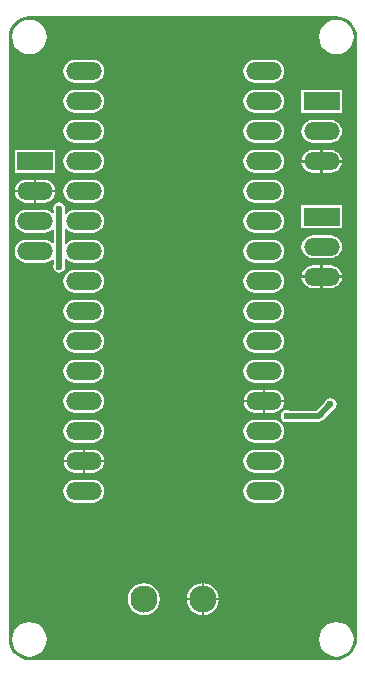
<source format=gbl>
G04*
G04 #@! TF.GenerationSoftware,Altium Limited,Altium Designer,21.6.4 (81)*
G04*
G04 Layer_Physical_Order=2*
G04 Layer_Color=16711680*
%FSLAX25Y25*%
%MOIN*%
G70*
G04*
G04 #@! TF.SameCoordinates,4A2346EC-D30A-4EC8-B750-871CECD4BB15*
G04*
G04*
G04 #@! TF.FilePolarity,Positive*
G04*
G01*
G75*
%ADD10C,0.02000*%
%ADD23R,0.11874X0.05937*%
%ADD24O,0.11874X0.05937*%
%ADD25C,0.09055*%
%ADD26C,0.02362*%
%ADD27C,0.01968*%
G36*
X111575Y215390D02*
X112862Y214999D01*
X114048Y214366D01*
X115087Y213512D01*
X115940Y212473D01*
X116574Y211287D01*
X116965Y210000D01*
X117096Y208670D01*
X117094Y208661D01*
X117094Y7874D01*
X117096Y7865D01*
X116965Y6536D01*
X116574Y5249D01*
X115940Y4063D01*
X115087Y3023D01*
X114048Y2170D01*
X112862Y1536D01*
X111575Y1146D01*
X110245Y1015D01*
X110236Y1016D01*
X7874D01*
X7865Y1015D01*
X6536Y1146D01*
X5249Y1536D01*
X4063Y2170D01*
X3023Y3023D01*
X2170Y4063D01*
X1536Y5249D01*
X1146Y6536D01*
X1015Y7865D01*
X1016Y7874D01*
X1016Y208163D01*
X1016Y208170D01*
X1016Y208661D01*
X1061Y209143D01*
X1146Y210000D01*
X1536Y211287D01*
X2170Y212473D01*
X3023Y213512D01*
X4063Y214366D01*
X5249Y214999D01*
X6536Y215390D01*
X7865Y215521D01*
X7874Y215519D01*
X110236D01*
X110245Y215521D01*
X111575Y215390D01*
D02*
G37*
%LPC*%
G36*
X110236Y214419D02*
X108746Y214223D01*
X107357Y213648D01*
X106165Y212733D01*
X105250Y211540D01*
X104674Y210152D01*
X104478Y208661D01*
X104674Y207171D01*
X105250Y205783D01*
X106165Y204590D01*
X107357Y203675D01*
X108746Y203100D01*
X110236Y202904D01*
X111726Y203100D01*
X113115Y203675D01*
X114308Y204590D01*
X115223Y205783D01*
X115798Y207171D01*
X115994Y208661D01*
X115798Y210152D01*
X115223Y211540D01*
X114308Y212733D01*
X113115Y213648D01*
X111726Y214223D01*
X110236Y214419D01*
D02*
G37*
G36*
X7874D02*
X6384Y214223D01*
X4995Y213648D01*
X3803Y212733D01*
X2888Y211540D01*
X2312Y210152D01*
X2116Y208661D01*
X2312Y207171D01*
X2888Y205783D01*
X3803Y204590D01*
X4995Y203675D01*
X6384Y203100D01*
X7874Y202904D01*
X9364Y203100D01*
X10753Y203675D01*
X11946Y204590D01*
X12860Y205783D01*
X13436Y207171D01*
X13632Y208661D01*
X13436Y210152D01*
X12860Y211540D01*
X11946Y212733D01*
X10753Y213648D01*
X9364Y214223D01*
X7874Y214419D01*
D02*
G37*
G36*
X88990Y201027D02*
X83053D01*
X82069Y200898D01*
X81152Y200518D01*
X80365Y199914D01*
X79761Y199127D01*
X79381Y198210D01*
X79252Y197226D01*
X79381Y196242D01*
X79761Y195326D01*
X80365Y194538D01*
X81152Y193934D01*
X82069Y193555D01*
X83053Y193425D01*
X88990D01*
X89973Y193555D01*
X90890Y193934D01*
X91677Y194538D01*
X92281Y195326D01*
X92661Y196242D01*
X92791Y197226D01*
X92661Y198210D01*
X92281Y199127D01*
X91677Y199914D01*
X90890Y200518D01*
X89973Y200898D01*
X88990Y201027D01*
D02*
G37*
G36*
X28990D02*
X23053D01*
X22069Y200898D01*
X21152Y200518D01*
X20365Y199914D01*
X19761Y199127D01*
X19381Y198210D01*
X19252Y197226D01*
X19381Y196242D01*
X19761Y195326D01*
X20365Y194538D01*
X21152Y193934D01*
X22069Y193555D01*
X23053Y193425D01*
X28990D01*
X29973Y193555D01*
X30890Y193934D01*
X31677Y194538D01*
X32281Y195326D01*
X32661Y196242D01*
X32791Y197226D01*
X32661Y198210D01*
X32281Y199127D01*
X31677Y199914D01*
X30890Y200518D01*
X29973Y200898D01*
X28990Y201027D01*
D02*
G37*
G36*
X88990Y191027D02*
X83053D01*
X82069Y190898D01*
X81152Y190518D01*
X80365Y189914D01*
X79761Y189127D01*
X79381Y188210D01*
X79252Y187226D01*
X79381Y186242D01*
X79761Y185326D01*
X80365Y184538D01*
X81152Y183934D01*
X82069Y183555D01*
X83053Y183425D01*
X88990D01*
X89973Y183555D01*
X90890Y183934D01*
X91677Y184538D01*
X92281Y185326D01*
X92661Y186242D01*
X92791Y187226D01*
X92661Y188210D01*
X92281Y189127D01*
X91677Y189914D01*
X90890Y190518D01*
X89973Y190898D01*
X88990Y191027D01*
D02*
G37*
G36*
X28990D02*
X23053D01*
X22069Y190898D01*
X21152Y190518D01*
X20365Y189914D01*
X19761Y189127D01*
X19381Y188210D01*
X19252Y187226D01*
X19381Y186242D01*
X19761Y185326D01*
X20365Y184538D01*
X21152Y183934D01*
X22069Y183555D01*
X23053Y183425D01*
X28990D01*
X29973Y183555D01*
X30890Y183934D01*
X31677Y184538D01*
X32281Y185326D01*
X32661Y186242D01*
X32791Y187226D01*
X32661Y188210D01*
X32281Y189127D01*
X31677Y189914D01*
X30890Y190518D01*
X29973Y190898D01*
X28990Y191027D01*
D02*
G37*
G36*
X112052Y190934D02*
X98578D01*
Y183397D01*
X112052D01*
Y190934D01*
D02*
G37*
G36*
X88990Y181027D02*
X83053D01*
X82069Y180898D01*
X81152Y180518D01*
X80365Y179914D01*
X79761Y179127D01*
X79381Y178210D01*
X79252Y177226D01*
X79381Y176242D01*
X79761Y175326D01*
X80365Y174538D01*
X81152Y173934D01*
X82069Y173555D01*
X83053Y173425D01*
X88990D01*
X89973Y173555D01*
X90890Y173934D01*
X91677Y174538D01*
X92281Y175326D01*
X92661Y176242D01*
X92791Y177226D01*
X92661Y178210D01*
X92281Y179127D01*
X91677Y179914D01*
X90890Y180518D01*
X89973Y180898D01*
X88990Y181027D01*
D02*
G37*
G36*
X28990D02*
X23053D01*
X22069Y180898D01*
X21152Y180518D01*
X20365Y179914D01*
X19761Y179127D01*
X19381Y178210D01*
X19252Y177226D01*
X19381Y176242D01*
X19761Y175326D01*
X20365Y174538D01*
X21152Y173934D01*
X22069Y173555D01*
X23053Y173425D01*
X28990D01*
X29973Y173555D01*
X30890Y173934D01*
X31677Y174538D01*
X32281Y175326D01*
X32661Y176242D01*
X32791Y177226D01*
X32661Y178210D01*
X32281Y179127D01*
X31677Y179914D01*
X30890Y180518D01*
X29973Y180898D01*
X28990Y181027D01*
D02*
G37*
G36*
X108283Y180966D02*
X102347D01*
X101363Y180837D01*
X100446Y180457D01*
X99659Y179853D01*
X99055Y179066D01*
X98675Y178149D01*
X98545Y177165D01*
X98675Y176182D01*
X99055Y175265D01*
X99659Y174478D01*
X100446Y173874D01*
X101363Y173494D01*
X102347Y173364D01*
X108283D01*
X109267Y173494D01*
X110184Y173874D01*
X110971Y174478D01*
X111575Y175265D01*
X111955Y176182D01*
X112084Y177165D01*
X111955Y178149D01*
X111575Y179066D01*
X110971Y179853D01*
X110184Y180457D01*
X109267Y180837D01*
X108283Y180966D01*
D02*
G37*
G36*
Y170966D02*
X105715D01*
Y167565D01*
X112032D01*
X111955Y168149D01*
X111575Y169066D01*
X110971Y169853D01*
X110184Y170457D01*
X109267Y170837D01*
X108283Y170966D01*
D02*
G37*
G36*
X104915D02*
X102347D01*
X101363Y170837D01*
X100446Y170457D01*
X99659Y169853D01*
X99055Y169066D01*
X98675Y168149D01*
X98598Y167565D01*
X104915D01*
Y170966D01*
D02*
G37*
G36*
X16579Y171013D02*
X3105D01*
Y163476D01*
X16579D01*
Y171013D01*
D02*
G37*
G36*
X88990Y171027D02*
X83053D01*
X82069Y170898D01*
X81152Y170518D01*
X80365Y169914D01*
X79761Y169127D01*
X79381Y168210D01*
X79252Y167226D01*
X79381Y166242D01*
X79761Y165326D01*
X80365Y164538D01*
X81152Y163934D01*
X82069Y163555D01*
X83053Y163425D01*
X88990D01*
X89973Y163555D01*
X90890Y163934D01*
X91677Y164538D01*
X92281Y165326D01*
X92661Y166242D01*
X92791Y167226D01*
X92661Y168210D01*
X92281Y169127D01*
X91677Y169914D01*
X90890Y170518D01*
X89973Y170898D01*
X88990Y171027D01*
D02*
G37*
G36*
X28990D02*
X23053D01*
X22069Y170898D01*
X21152Y170518D01*
X20365Y169914D01*
X19761Y169127D01*
X19381Y168210D01*
X19252Y167226D01*
X19381Y166242D01*
X19761Y165326D01*
X20365Y164538D01*
X21152Y163934D01*
X22069Y163555D01*
X23053Y163425D01*
X28990D01*
X29973Y163555D01*
X30890Y163934D01*
X31677Y164538D01*
X32281Y165326D01*
X32661Y166242D01*
X32791Y167226D01*
X32661Y168210D01*
X32281Y169127D01*
X31677Y169914D01*
X30890Y170518D01*
X29973Y170898D01*
X28990Y171027D01*
D02*
G37*
G36*
X112032Y166765D02*
X105715D01*
Y163364D01*
X108283D01*
X109267Y163494D01*
X110184Y163874D01*
X110971Y164478D01*
X111575Y165265D01*
X111955Y166182D01*
X112032Y166765D01*
D02*
G37*
G36*
X104915D02*
X98598D01*
X98675Y166182D01*
X99055Y165265D01*
X99659Y164478D01*
X100446Y163874D01*
X101363Y163494D01*
X102347Y163364D01*
X104915D01*
Y166765D01*
D02*
G37*
G36*
X12811Y161045D02*
X10243D01*
Y157644D01*
X16559D01*
X16483Y158228D01*
X16103Y159145D01*
X15499Y159932D01*
X14712Y160536D01*
X13795Y160916D01*
X12811Y161045D01*
D02*
G37*
G36*
X9443D02*
X6874D01*
X5890Y160916D01*
X4973Y160536D01*
X4186Y159932D01*
X3582Y159145D01*
X3202Y158228D01*
X3126Y157644D01*
X9443D01*
Y161045D01*
D02*
G37*
G36*
X16559Y156844D02*
X10243D01*
Y153443D01*
X12811D01*
X13795Y153573D01*
X14712Y153952D01*
X15499Y154556D01*
X16103Y155344D01*
X16483Y156260D01*
X16559Y156844D01*
D02*
G37*
G36*
X9443D02*
X3126D01*
X3202Y156260D01*
X3582Y155344D01*
X4186Y154556D01*
X4973Y153952D01*
X5890Y153573D01*
X6874Y153443D01*
X9443D01*
Y156844D01*
D02*
G37*
G36*
X88990Y161027D02*
X83053D01*
X82069Y160898D01*
X81152Y160518D01*
X80365Y159914D01*
X79761Y159127D01*
X79381Y158210D01*
X79252Y157226D01*
X79381Y156242D01*
X79761Y155326D01*
X80365Y154538D01*
X81152Y153934D01*
X82069Y153555D01*
X83053Y153425D01*
X88990D01*
X89973Y153555D01*
X90890Y153934D01*
X91677Y154538D01*
X92281Y155326D01*
X92661Y156242D01*
X92791Y157226D01*
X92661Y158210D01*
X92281Y159127D01*
X91677Y159914D01*
X90890Y160518D01*
X89973Y160898D01*
X88990Y161027D01*
D02*
G37*
G36*
X28990D02*
X23053D01*
X22069Y160898D01*
X21152Y160518D01*
X20365Y159914D01*
X19761Y159127D01*
X19381Y158210D01*
X19252Y157226D01*
X19381Y156242D01*
X19761Y155326D01*
X20365Y154538D01*
X21152Y153934D01*
X22069Y153555D01*
X23053Y153425D01*
X28990D01*
X29973Y153555D01*
X30890Y153934D01*
X31677Y154538D01*
X32281Y155326D01*
X32661Y156242D01*
X32791Y157226D01*
X32661Y158210D01*
X32281Y159127D01*
X31677Y159914D01*
X30890Y160518D01*
X29973Y160898D01*
X28990Y161027D01*
D02*
G37*
G36*
X17815Y153496D02*
X17042Y153342D01*
X16387Y152905D01*
X15949Y152249D01*
X15795Y151476D01*
X15949Y150703D01*
X15980Y150657D01*
Y150083D01*
X15658Y149974D01*
X15480Y149946D01*
X14712Y150536D01*
X13795Y150916D01*
X12811Y151045D01*
X6874D01*
X5890Y150916D01*
X4973Y150536D01*
X4186Y149932D01*
X3582Y149145D01*
X3202Y148228D01*
X3073Y147244D01*
X3202Y146260D01*
X3582Y145344D01*
X4186Y144556D01*
X4973Y143952D01*
X5890Y143573D01*
X6874Y143443D01*
X12811D01*
X13795Y143573D01*
X14712Y143952D01*
X15480Y144542D01*
X15658Y144515D01*
X15980Y144405D01*
Y140083D01*
X15658Y139974D01*
X15480Y139946D01*
X14712Y140536D01*
X13795Y140916D01*
X12811Y141045D01*
X6874D01*
X5890Y140916D01*
X4973Y140536D01*
X4186Y139932D01*
X3582Y139145D01*
X3202Y138228D01*
X3073Y137244D01*
X3202Y136260D01*
X3582Y135344D01*
X4186Y134556D01*
X4973Y133952D01*
X5890Y133573D01*
X6874Y133443D01*
X12811D01*
X13795Y133573D01*
X14712Y133952D01*
X15480Y134542D01*
X15658Y134514D01*
X15980Y134405D01*
Y132906D01*
X15949Y132860D01*
X15795Y132087D01*
X15949Y131314D01*
X16387Y130658D01*
X17042Y130220D01*
X17815Y130067D01*
X18588Y130220D01*
X19243Y130658D01*
X19681Y131314D01*
X19835Y132087D01*
X19681Y132860D01*
X19650Y132906D01*
Y134662D01*
X20150Y134832D01*
X20365Y134552D01*
X21152Y133948D01*
X22069Y133568D01*
X23053Y133439D01*
X28990D01*
X29973Y133568D01*
X30890Y133948D01*
X31677Y134552D01*
X32281Y135339D01*
X32661Y136256D01*
X32791Y137240D01*
X32661Y138224D01*
X32281Y139140D01*
X31677Y139928D01*
X30890Y140532D01*
X29973Y140911D01*
X28990Y141041D01*
X23053D01*
X22069Y140911D01*
X21152Y140532D01*
X20365Y139928D01*
X20150Y139648D01*
X19650Y139818D01*
Y144649D01*
X20150Y144818D01*
X20365Y144538D01*
X21152Y143934D01*
X22069Y143555D01*
X23053Y143425D01*
X28990D01*
X29973Y143555D01*
X30890Y143934D01*
X31677Y144538D01*
X32281Y145326D01*
X32661Y146242D01*
X32791Y147226D01*
X32661Y148210D01*
X32281Y149127D01*
X31677Y149914D01*
X30890Y150518D01*
X29973Y150898D01*
X28990Y151027D01*
X23053D01*
X22069Y150898D01*
X21152Y150518D01*
X20365Y149914D01*
X20150Y149634D01*
X19650Y149804D01*
Y150657D01*
X19681Y150703D01*
X19835Y151476D01*
X19681Y152249D01*
X19243Y152905D01*
X18588Y153342D01*
X17815Y153496D01*
D02*
G37*
G36*
X112052Y152548D02*
X98578D01*
Y145011D01*
X112052D01*
Y152548D01*
D02*
G37*
G36*
X88990Y151027D02*
X83053D01*
X82069Y150898D01*
X81152Y150518D01*
X80365Y149914D01*
X79761Y149127D01*
X79381Y148210D01*
X79252Y147226D01*
X79381Y146242D01*
X79761Y145326D01*
X80365Y144538D01*
X81152Y143934D01*
X82069Y143555D01*
X83053Y143425D01*
X88990D01*
X89973Y143555D01*
X90890Y143934D01*
X91677Y144538D01*
X92281Y145326D01*
X92661Y146242D01*
X92791Y147226D01*
X92661Y148210D01*
X92281Y149127D01*
X91677Y149914D01*
X90890Y150518D01*
X89973Y150898D01*
X88990Y151027D01*
D02*
G37*
G36*
X108283Y142580D02*
X102347D01*
X101363Y142451D01*
X100446Y142071D01*
X99659Y141467D01*
X99055Y140680D01*
X98675Y139763D01*
X98545Y138779D01*
X98675Y137796D01*
X99055Y136879D01*
X99659Y136092D01*
X100446Y135488D01*
X101363Y135108D01*
X102347Y134978D01*
X108283D01*
X109267Y135108D01*
X110184Y135488D01*
X110971Y136092D01*
X111575Y136879D01*
X111955Y137796D01*
X112084Y138779D01*
X111955Y139763D01*
X111575Y140680D01*
X110971Y141467D01*
X110184Y142071D01*
X109267Y142451D01*
X108283Y142580D01*
D02*
G37*
G36*
X88990Y141041D02*
X83053D01*
X82069Y140911D01*
X81152Y140532D01*
X80365Y139928D01*
X79761Y139140D01*
X79381Y138224D01*
X79252Y137240D01*
X79381Y136256D01*
X79761Y135339D01*
X80365Y134552D01*
X81152Y133948D01*
X82069Y133568D01*
X83053Y133439D01*
X88990D01*
X89973Y133568D01*
X90890Y133948D01*
X91677Y134552D01*
X92281Y135339D01*
X92661Y136256D01*
X92791Y137240D01*
X92661Y138224D01*
X92281Y139140D01*
X91677Y139928D01*
X90890Y140532D01*
X89973Y140911D01*
X88990Y141041D01*
D02*
G37*
G36*
X108283Y132580D02*
X105715D01*
Y129180D01*
X112032D01*
X111955Y129763D01*
X111575Y130680D01*
X110971Y131467D01*
X110184Y132071D01*
X109267Y132451D01*
X108283Y132580D01*
D02*
G37*
G36*
X104915D02*
X102347D01*
X101363Y132451D01*
X100446Y132071D01*
X99659Y131467D01*
X99055Y130680D01*
X98675Y129763D01*
X98598Y129180D01*
X104915D01*
Y132580D01*
D02*
G37*
G36*
X112032Y128379D02*
X105715D01*
Y124978D01*
X108283D01*
X109267Y125108D01*
X110184Y125488D01*
X110971Y126092D01*
X111575Y126879D01*
X111955Y127796D01*
X112032Y128379D01*
D02*
G37*
G36*
X104915D02*
X98598D01*
X98675Y127796D01*
X99055Y126879D01*
X99659Y126092D01*
X100446Y125488D01*
X101363Y125108D01*
X102347Y124978D01*
X104915D01*
Y128379D01*
D02*
G37*
G36*
X88990Y131026D02*
X83053D01*
X82069Y130897D01*
X81152Y130517D01*
X80365Y129913D01*
X79761Y129126D01*
X79381Y128209D01*
X79252Y127225D01*
X79381Y126241D01*
X79761Y125325D01*
X80365Y124538D01*
X81152Y123933D01*
X82069Y123554D01*
X83053Y123424D01*
X88990D01*
X89973Y123554D01*
X90890Y123933D01*
X91677Y124538D01*
X92281Y125325D01*
X92661Y126241D01*
X92791Y127225D01*
X92661Y128209D01*
X92281Y129126D01*
X91677Y129913D01*
X90890Y130517D01*
X89973Y130897D01*
X88990Y131026D01*
D02*
G37*
G36*
X28990D02*
X23053D01*
X22069Y130897D01*
X21152Y130517D01*
X20365Y129913D01*
X19761Y129126D01*
X19381Y128209D01*
X19252Y127225D01*
X19381Y126241D01*
X19761Y125325D01*
X20365Y124538D01*
X21152Y123933D01*
X22069Y123554D01*
X23053Y123424D01*
X28990D01*
X29973Y123554D01*
X30890Y123933D01*
X31677Y124538D01*
X32281Y125325D01*
X32661Y126241D01*
X32791Y127225D01*
X32661Y128209D01*
X32281Y129126D01*
X31677Y129913D01*
X30890Y130517D01*
X29973Y130897D01*
X28990Y131026D01*
D02*
G37*
G36*
X89008Y121045D02*
X83071D01*
X82087Y120916D01*
X81170Y120536D01*
X80383Y119932D01*
X79779Y119145D01*
X79399Y118228D01*
X79270Y117244D01*
X79399Y116260D01*
X79779Y115344D01*
X80383Y114556D01*
X81170Y113952D01*
X82087Y113573D01*
X83071Y113443D01*
X89008D01*
X89992Y113573D01*
X90908Y113952D01*
X91696Y114556D01*
X92300Y115344D01*
X92679Y116260D01*
X92809Y117244D01*
X92679Y118228D01*
X92300Y119145D01*
X91696Y119932D01*
X90908Y120536D01*
X89992Y120916D01*
X89008Y121045D01*
D02*
G37*
G36*
X29008D02*
X23071D01*
X22087Y120916D01*
X21170Y120536D01*
X20383Y119932D01*
X19779Y119145D01*
X19399Y118228D01*
X19270Y117244D01*
X19399Y116260D01*
X19779Y115344D01*
X20383Y114556D01*
X21170Y113952D01*
X22087Y113573D01*
X23071Y113443D01*
X29008D01*
X29992Y113573D01*
X30908Y113952D01*
X31696Y114556D01*
X32300Y115344D01*
X32679Y116260D01*
X32809Y117244D01*
X32679Y118228D01*
X32300Y119145D01*
X31696Y119932D01*
X30908Y120536D01*
X29992Y120916D01*
X29008Y121045D01*
D02*
G37*
G36*
X89008Y111045D02*
X83071D01*
X82087Y110916D01*
X81170Y110536D01*
X80383Y109932D01*
X79779Y109145D01*
X79399Y108228D01*
X79270Y107244D01*
X79399Y106260D01*
X79779Y105344D01*
X80383Y104556D01*
X81170Y103952D01*
X82087Y103573D01*
X83071Y103443D01*
X89008D01*
X89992Y103573D01*
X90908Y103952D01*
X91696Y104556D01*
X92300Y105344D01*
X92679Y106260D01*
X92809Y107244D01*
X92679Y108228D01*
X92300Y109145D01*
X91696Y109932D01*
X90908Y110536D01*
X89992Y110916D01*
X89008Y111045D01*
D02*
G37*
G36*
X29008D02*
X23071D01*
X22087Y110916D01*
X21170Y110536D01*
X20383Y109932D01*
X19779Y109145D01*
X19399Y108228D01*
X19270Y107244D01*
X19399Y106260D01*
X19779Y105344D01*
X20383Y104556D01*
X21170Y103952D01*
X22087Y103573D01*
X23071Y103443D01*
X29008D01*
X29992Y103573D01*
X30908Y103952D01*
X31696Y104556D01*
X32300Y105344D01*
X32679Y106260D01*
X32809Y107244D01*
X32679Y108228D01*
X32300Y109145D01*
X31696Y109932D01*
X30908Y110536D01*
X29992Y110916D01*
X29008Y111045D01*
D02*
G37*
G36*
X89008Y101045D02*
X83071D01*
X82087Y100916D01*
X81170Y100536D01*
X80383Y99932D01*
X79779Y99145D01*
X79399Y98228D01*
X79270Y97244D01*
X79399Y96260D01*
X79779Y95344D01*
X80383Y94556D01*
X81170Y93952D01*
X82087Y93573D01*
X83071Y93443D01*
X89008D01*
X89992Y93573D01*
X90908Y93952D01*
X91696Y94556D01*
X92300Y95344D01*
X92679Y96260D01*
X92809Y97244D01*
X92679Y98228D01*
X92300Y99145D01*
X91696Y99932D01*
X90908Y100536D01*
X89992Y100916D01*
X89008Y101045D01*
D02*
G37*
G36*
X29008D02*
X23071D01*
X22087Y100916D01*
X21170Y100536D01*
X20383Y99932D01*
X19779Y99145D01*
X19399Y98228D01*
X19270Y97244D01*
X19399Y96260D01*
X19779Y95344D01*
X20383Y94556D01*
X21170Y93952D01*
X22087Y93573D01*
X23071Y93443D01*
X29008D01*
X29992Y93573D01*
X30908Y93952D01*
X31696Y94556D01*
X32300Y95344D01*
X32679Y96260D01*
X32809Y97244D01*
X32679Y98228D01*
X32300Y99145D01*
X31696Y99932D01*
X30908Y100536D01*
X29992Y100916D01*
X29008Y101045D01*
D02*
G37*
G36*
X89008Y91045D02*
X86439D01*
Y87644D01*
X92756D01*
X92679Y88228D01*
X92300Y89145D01*
X91696Y89932D01*
X90908Y90536D01*
X89992Y90916D01*
X89008Y91045D01*
D02*
G37*
G36*
X85639D02*
X83071D01*
X82087Y90916D01*
X81170Y90536D01*
X80383Y89932D01*
X79779Y89145D01*
X79399Y88228D01*
X79322Y87644D01*
X85639D01*
Y91045D01*
D02*
G37*
G36*
X108268Y88240D02*
X107495Y88087D01*
X106839Y87649D01*
X106402Y86993D01*
X106391Y86939D01*
X103570Y84119D01*
X94520D01*
X94474Y84150D01*
X93701Y84303D01*
X92928Y84150D01*
X92273Y83712D01*
X91835Y83056D01*
X91681Y82284D01*
X91835Y81511D01*
X92273Y80855D01*
X92928Y80417D01*
X93701Y80264D01*
X94474Y80417D01*
X94520Y80448D01*
X104331D01*
X105033Y80588D01*
X105628Y80986D01*
X108986Y84343D01*
X109041Y84354D01*
X109696Y84792D01*
X110134Y85448D01*
X110288Y86221D01*
X110134Y86993D01*
X109696Y87649D01*
X109041Y88087D01*
X108268Y88240D01*
D02*
G37*
G36*
X92756Y86844D02*
X86439D01*
Y83443D01*
X89008D01*
X89992Y83573D01*
X90908Y83952D01*
X91696Y84556D01*
X92300Y85344D01*
X92679Y86260D01*
X92756Y86844D01*
D02*
G37*
G36*
X85639D02*
X79322D01*
X79399Y86260D01*
X79779Y85344D01*
X80383Y84556D01*
X81170Y83952D01*
X82087Y83573D01*
X83071Y83443D01*
X85639D01*
Y86844D01*
D02*
G37*
G36*
X29008Y91045D02*
X23071D01*
X22087Y90916D01*
X21170Y90536D01*
X20383Y89932D01*
X19779Y89145D01*
X19399Y88228D01*
X19270Y87244D01*
X19399Y86260D01*
X19779Y85344D01*
X20383Y84556D01*
X21170Y83952D01*
X22087Y83573D01*
X23071Y83443D01*
X29008D01*
X29992Y83573D01*
X30908Y83952D01*
X31696Y84556D01*
X32300Y85344D01*
X32679Y86260D01*
X32809Y87244D01*
X32679Y88228D01*
X32300Y89145D01*
X31696Y89932D01*
X30908Y90536D01*
X29992Y90916D01*
X29008Y91045D01*
D02*
G37*
G36*
X89008Y81045D02*
X83071D01*
X82087Y80916D01*
X81170Y80536D01*
X80383Y79932D01*
X79779Y79145D01*
X79399Y78228D01*
X79270Y77244D01*
X79399Y76260D01*
X79779Y75344D01*
X80383Y74556D01*
X81170Y73952D01*
X82087Y73573D01*
X83071Y73443D01*
X89008D01*
X89992Y73573D01*
X90908Y73952D01*
X91696Y74556D01*
X92300Y75344D01*
X92679Y76260D01*
X92809Y77244D01*
X92679Y78228D01*
X92300Y79145D01*
X91696Y79932D01*
X90908Y80536D01*
X89992Y80916D01*
X89008Y81045D01*
D02*
G37*
G36*
X29008D02*
X23071D01*
X22087Y80916D01*
X21170Y80536D01*
X20383Y79932D01*
X19779Y79145D01*
X19399Y78228D01*
X19270Y77244D01*
X19399Y76260D01*
X19779Y75344D01*
X20383Y74556D01*
X21170Y73952D01*
X22087Y73573D01*
X23071Y73443D01*
X29008D01*
X29992Y73573D01*
X30908Y73952D01*
X31696Y74556D01*
X32300Y75344D01*
X32679Y76260D01*
X32809Y77244D01*
X32679Y78228D01*
X32300Y79145D01*
X31696Y79932D01*
X30908Y80536D01*
X29992Y80916D01*
X29008Y81045D01*
D02*
G37*
G36*
Y71045D02*
X26439D01*
Y67644D01*
X32756D01*
X32679Y68228D01*
X32300Y69145D01*
X31696Y69932D01*
X30908Y70536D01*
X29992Y70916D01*
X29008Y71045D01*
D02*
G37*
G36*
X25639D02*
X23071D01*
X22087Y70916D01*
X21170Y70536D01*
X20383Y69932D01*
X19779Y69145D01*
X19399Y68228D01*
X19322Y67644D01*
X25639D01*
Y71045D01*
D02*
G37*
G36*
X89008D02*
X83071D01*
X82087Y70916D01*
X81170Y70536D01*
X80383Y69932D01*
X79779Y69145D01*
X79399Y68228D01*
X79270Y67244D01*
X79399Y66260D01*
X79779Y65344D01*
X80383Y64556D01*
X81170Y63952D01*
X82087Y63573D01*
X83071Y63443D01*
X89008D01*
X89992Y63573D01*
X90908Y63952D01*
X91696Y64556D01*
X92300Y65344D01*
X92679Y66260D01*
X92809Y67244D01*
X92679Y68228D01*
X92300Y69145D01*
X91696Y69932D01*
X90908Y70536D01*
X89992Y70916D01*
X89008Y71045D01*
D02*
G37*
G36*
X32756Y66844D02*
X26439D01*
Y63443D01*
X29008D01*
X29992Y63573D01*
X30908Y63952D01*
X31696Y64556D01*
X32300Y65344D01*
X32679Y66260D01*
X32756Y66844D01*
D02*
G37*
G36*
X25639D02*
X19322D01*
X19399Y66260D01*
X19779Y65344D01*
X20383Y64556D01*
X21170Y63952D01*
X22087Y63573D01*
X23071Y63443D01*
X25639D01*
Y66844D01*
D02*
G37*
G36*
X89008Y61045D02*
X83071D01*
X82087Y60916D01*
X81170Y60536D01*
X80383Y59932D01*
X79779Y59145D01*
X79399Y58228D01*
X79270Y57244D01*
X79399Y56260D01*
X79779Y55344D01*
X80383Y54556D01*
X81170Y53952D01*
X82087Y53573D01*
X83071Y53443D01*
X89008D01*
X89992Y53573D01*
X90908Y53952D01*
X91696Y54556D01*
X92300Y55344D01*
X92679Y56260D01*
X92809Y57244D01*
X92679Y58228D01*
X92300Y59145D01*
X91696Y59932D01*
X90908Y60536D01*
X89992Y60916D01*
X89008Y61045D01*
D02*
G37*
G36*
X29008D02*
X23071D01*
X22087Y60916D01*
X21170Y60536D01*
X20383Y59932D01*
X19779Y59145D01*
X19399Y58228D01*
X19270Y57244D01*
X19399Y56260D01*
X19779Y55344D01*
X20383Y54556D01*
X21170Y53952D01*
X22087Y53573D01*
X23071Y53443D01*
X29008D01*
X29992Y53573D01*
X30908Y53952D01*
X31696Y54556D01*
X32300Y55344D01*
X32679Y56260D01*
X32809Y57244D01*
X32679Y58228D01*
X32300Y59145D01*
X31696Y59932D01*
X30908Y60536D01*
X29992Y60916D01*
X29008Y61045D01*
D02*
G37*
G36*
X66120Y26541D02*
Y21621D01*
X71041D01*
X70911Y22611D01*
X70374Y23907D01*
X69520Y25020D01*
X68407Y25874D01*
X67111Y26411D01*
X66120Y26541D01*
D02*
G37*
G36*
X65320D02*
X64330Y26411D01*
X63034Y25874D01*
X61921Y25020D01*
X61067Y23907D01*
X60530Y22611D01*
X60400Y21621D01*
X65320D01*
Y26541D01*
D02*
G37*
G36*
X71041Y20820D02*
X66120D01*
Y15900D01*
X67111Y16030D01*
X68407Y16567D01*
X69520Y17421D01*
X70374Y18534D01*
X70911Y19830D01*
X71041Y20820D01*
D02*
G37*
G36*
X65320D02*
X60400D01*
X60530Y19830D01*
X61067Y18534D01*
X61921Y17421D01*
X63034Y16567D01*
X64330Y16030D01*
X65320Y15900D01*
Y20820D01*
D02*
G37*
G36*
X46035Y26594D02*
X44645Y26411D01*
X43349Y25874D01*
X42236Y25020D01*
X41382Y23907D01*
X40845Y22611D01*
X40662Y21220D01*
X40845Y19830D01*
X41382Y18534D01*
X42236Y17421D01*
X43349Y16567D01*
X44645Y16030D01*
X46035Y15847D01*
X47426Y16030D01*
X48722Y16567D01*
X49835Y17421D01*
X50689Y18534D01*
X51226Y19830D01*
X51409Y21220D01*
X51226Y22611D01*
X50689Y23907D01*
X49835Y25020D01*
X48722Y25874D01*
X47426Y26411D01*
X46035Y26594D01*
D02*
G37*
G36*
X110236Y13632D02*
X108746Y13436D01*
X107357Y12860D01*
X106165Y11946D01*
X105250Y10753D01*
X104674Y9364D01*
X104478Y7874D01*
X104674Y6384D01*
X105250Y4995D01*
X106165Y3803D01*
X107357Y2888D01*
X108746Y2312D01*
X110236Y2116D01*
X111726Y2312D01*
X113115Y2888D01*
X114308Y3803D01*
X115223Y4995D01*
X115798Y6384D01*
X115994Y7874D01*
X115798Y9364D01*
X115223Y10753D01*
X114308Y11946D01*
X113115Y12860D01*
X111726Y13436D01*
X110236Y13632D01*
D02*
G37*
G36*
X7874D02*
X6384Y13436D01*
X4995Y12860D01*
X3803Y11946D01*
X2888Y10753D01*
X2312Y9364D01*
X2116Y7874D01*
X2312Y6384D01*
X2888Y4995D01*
X3803Y3803D01*
X4995Y2888D01*
X6384Y2312D01*
X7874Y2116D01*
X9364Y2312D01*
X10753Y2888D01*
X11946Y3803D01*
X12860Y4995D01*
X13436Y6384D01*
X13632Y7874D01*
X13436Y9364D01*
X12860Y10753D01*
X11946Y11946D01*
X10753Y12860D01*
X9364Y13436D01*
X7874Y13632D01*
D02*
G37*
%LPD*%
D10*
X104331Y82284D02*
X108268Y86221D01*
X93701Y82284D02*
X104331D01*
X17786Y132116D02*
X17815Y132145D01*
Y151476D01*
D23*
X105315Y187165D02*
D03*
Y148779D02*
D03*
X9843Y167244D02*
D03*
D24*
X105315Y177165D02*
D03*
Y167165D02*
D03*
Y138779D02*
D03*
Y128779D02*
D03*
X9843Y157244D02*
D03*
Y137244D02*
D03*
Y147244D02*
D03*
X86039Y107244D02*
D03*
Y97244D02*
D03*
Y57244D02*
D03*
Y67244D02*
D03*
Y87244D02*
D03*
Y77244D02*
D03*
Y117244D02*
D03*
X86021Y127225D02*
D03*
Y137240D02*
D03*
Y147226D02*
D03*
Y157226D02*
D03*
Y167226D02*
D03*
Y177226D02*
D03*
Y187226D02*
D03*
Y197226D02*
D03*
X26039Y107244D02*
D03*
Y97244D02*
D03*
Y57244D02*
D03*
Y67244D02*
D03*
Y87244D02*
D03*
Y77244D02*
D03*
Y117244D02*
D03*
X26021Y127225D02*
D03*
Y137240D02*
D03*
Y147226D02*
D03*
Y157226D02*
D03*
Y167226D02*
D03*
Y177226D02*
D03*
Y187226D02*
D03*
Y197226D02*
D03*
D25*
X46035Y21220D02*
D03*
X65720D02*
D03*
D26*
X108268Y86221D02*
D03*
X93701Y82284D02*
D03*
X26142Y152270D02*
D03*
X17815Y151476D02*
D03*
Y132087D02*
D03*
X105315Y123819D02*
D03*
X105315Y161417D02*
D03*
X105315Y172146D02*
D03*
X92520Y33465D02*
D03*
X66929Y187008D02*
D03*
X79724Y161417D02*
D03*
X66929Y135827D02*
D03*
Y33465D02*
D03*
X41339Y187008D02*
D03*
X54134Y161417D02*
D03*
X41339Y135827D02*
D03*
X54134Y110236D02*
D03*
Y59055D02*
D03*
X41339Y33465D02*
D03*
X15748Y187008D02*
D03*
Y84646D02*
D03*
Y33465D02*
D03*
X105315Y133760D02*
D03*
X9843Y162205D02*
D03*
Y152264D02*
D03*
X86024Y92224D02*
D03*
X77854Y87303D02*
D03*
X17913Y67224D02*
D03*
X34252Y67323D02*
D03*
D27*
X22690Y137240D02*
X26021D01*
M02*

</source>
